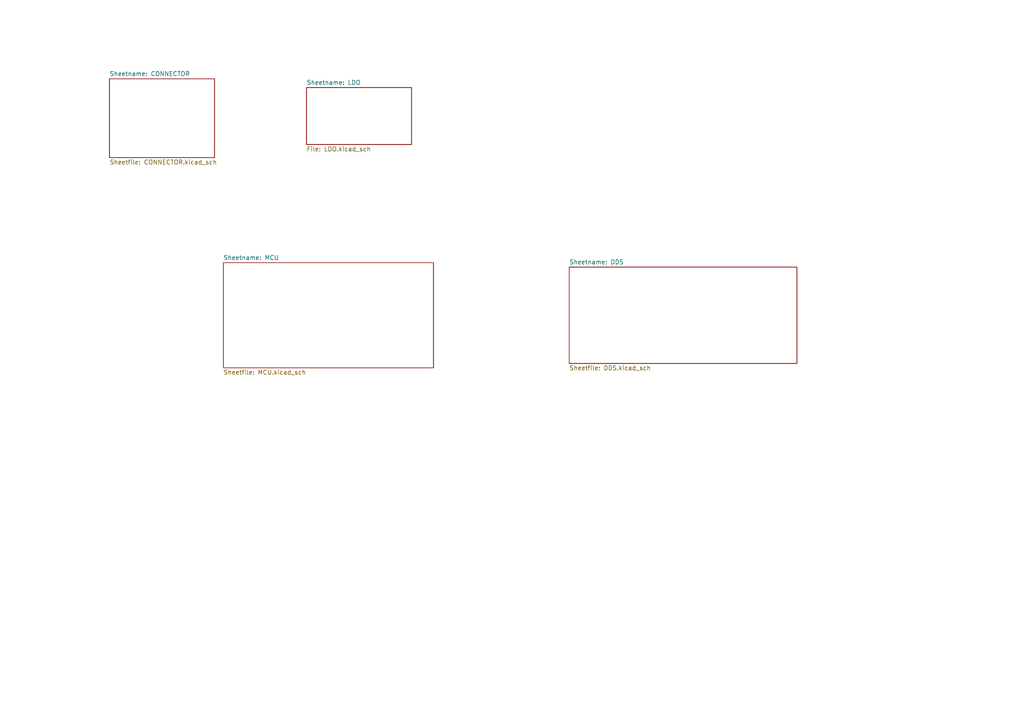
<source format=kicad_sch>
(kicad_sch
	(version 20250114)
	(generator "eeschema")
	(generator_version "9.0")
	(uuid "87eb4be0-ba1c-4dce-a9c8-999098c87f17")
	(paper "A4")
	(lib_symbols)
	(sheet
		(at 88.9 25.4)
		(size 30.48 16.51)
		(exclude_from_sim no)
		(in_bom yes)
		(on_board yes)
		(dnp no)
		(fields_autoplaced yes)
		(stroke
			(width 0.1524)
			(type solid)
		)
		(fill
			(color 0 0 0 0.0000)
		)
		(uuid "181975ae-3be2-4e86-b7e6-946c03ae92aa")
		(property "Sheetname" "LDO"
			(at 88.9 24.6884 0)
			(show_name yes)
			(effects
				(font
					(size 1.27 1.27)
				)
				(justify left bottom)
			)
		)
		(property "Sheetfile" "LDO.kicad_sch"
			(at 88.9 42.4946 0)
			(effects
				(font
					(size 1.27 1.27)
				)
				(justify left top)
			)
		)
		(instances
			(project "hexaGenMini-v1"
				(path "/87eb4be0-ba1c-4dce-a9c8-999098c87f17"
					(page "2")
				)
			)
		)
	)
	(sheet
		(at 64.77 76.2)
		(size 60.96 30.48)
		(exclude_from_sim no)
		(in_bom yes)
		(on_board yes)
		(dnp no)
		(fields_autoplaced yes)
		(stroke
			(width 0.1524)
			(type solid)
		)
		(fill
			(color 0 0 0 0.0000)
		)
		(uuid "73c52cbb-461b-47c3-a7ee-e8065dca72a5")
		(property "Sheetname" "MCU"
			(at 64.77 75.4884 0)
			(show_name yes)
			(effects
				(font
					(size 1.27 1.27)
				)
				(justify left bottom)
			)
		)
		(property "Sheetfile" "MCU.kicad_sch"
			(at 64.77 107.2646 0)
			(show_name yes)
			(effects
				(font
					(size 1.27 1.27)
				)
				(justify left top)
			)
		)
		(instances
			(project "hexaGenMini-v1"
				(path "/87eb4be0-ba1c-4dce-a9c8-999098c87f17"
					(page "4")
				)
			)
		)
	)
	(sheet
		(at 31.75 22.86)
		(size 30.48 22.86)
		(exclude_from_sim no)
		(in_bom yes)
		(on_board yes)
		(dnp no)
		(fields_autoplaced yes)
		(stroke
			(width 0.1524)
			(type solid)
		)
		(fill
			(color 0 0 0 0.0000)
		)
		(uuid "c097cd0d-933c-4b7c-89b3-e8ff6a0119ca")
		(property "Sheetname" "CONNECTOR"
			(at 31.75 22.1484 0)
			(show_name yes)
			(effects
				(font
					(size 1.27 1.27)
				)
				(justify left bottom)
			)
		)
		(property "Sheetfile" "CONNECTOR.kicad_sch"
			(at 31.75 46.3046 0)
			(show_name yes)
			(effects
				(font
					(size 1.27 1.27)
				)
				(justify left top)
			)
		)
		(instances
			(project "hexaGenMini-v1"
				(path "/87eb4be0-ba1c-4dce-a9c8-999098c87f17"
					(page "3")
				)
			)
		)
	)
	(sheet
		(at 165.1 77.47)
		(size 66.04 27.94)
		(exclude_from_sim no)
		(in_bom yes)
		(on_board yes)
		(dnp no)
		(fields_autoplaced yes)
		(stroke
			(width 0.1524)
			(type solid)
		)
		(fill
			(color 0 0 0 0.0000)
		)
		(uuid "d4d2fcb4-0a64-4c28-96da-ff74c0fa8a79")
		(property "Sheetname" "DDS"
			(at 165.1 76.7584 0)
			(show_name yes)
			(effects
				(font
					(size 1.27 1.27)
				)
				(justify left bottom)
			)
		)
		(property "Sheetfile" "DDS.kicad_sch"
			(at 165.1 105.9946 0)
			(show_name yes)
			(effects
				(font
					(size 1.27 1.27)
				)
				(justify left top)
			)
		)
		(instances
			(project "hexaGenMini-v1"
				(path "/87eb4be0-ba1c-4dce-a9c8-999098c87f17"
					(page "5")
				)
			)
		)
	)
	(sheet_instances
		(path "/"
			(page "1")
		)
	)
	(embedded_fonts no)
)

</source>
